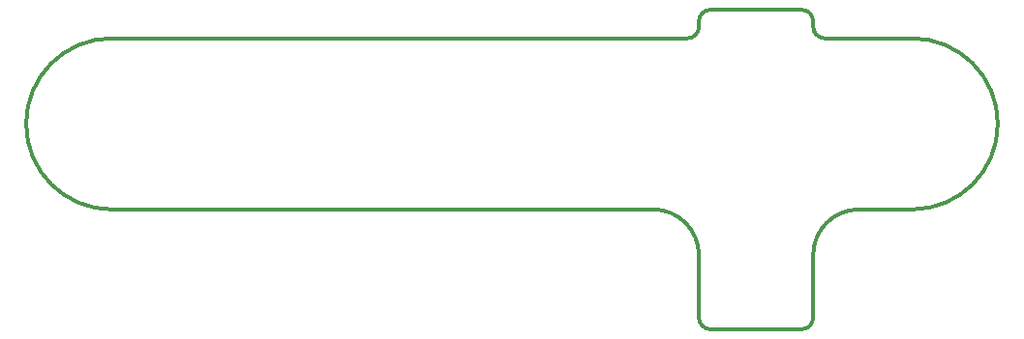
<source format=gbr>
G04 #@! TF.GenerationSoftware,KiCad,Pcbnew,(5.1.4)-1*
G04 #@! TF.CreationDate,2020-03-27T16:01:53-04:00*
G04 #@! TF.ProjectId,heatbed_breakout,68656174-6265-4645-9f62-7265616b6f75,rev?*
G04 #@! TF.SameCoordinates,PX8b91fb0PY68e7780*
G04 #@! TF.FileFunction,Profile,NP*
%FSLAX46Y46*%
G04 Gerber Fmt 4.6, Leading zero omitted, Abs format (unit mm)*
G04 Created by KiCad (PCBNEW (5.1.4)-1) date 2020-03-27 16:01:53*
%MOMM*%
%LPD*%
G04 APERTURE LIST*
%ADD10C,0.304799*%
G04 APERTURE END LIST*
D10*
X-56350000Y-7500000D02*
G75*
G02X-56350000Y7500000I0J7500000D01*
G01*
X-9000001Y-7500000D02*
G75*
G02X-5000001Y-11500000I0J-4000000D01*
G01*
X-5000001Y8500000D02*
G75*
G02X-6000001Y7500000I-1000000J0D01*
G01*
X-56350000Y-7500000D02*
X-9000001Y-7500000D01*
X5000000Y8500000D02*
X5000000Y9000000D01*
X-5000002Y9000000D02*
G75*
G02X-4000000Y10000000I1000001J-1D01*
G01*
X-5000001Y-11500000D02*
X-5000000Y-17000000D01*
X13650000Y7500000D02*
X5999999Y7500000D01*
X3999998Y10000000D02*
G75*
G02X5000000Y9000000I1J-1000001D01*
G01*
X5999998Y7500000D02*
G75*
G02X5000000Y8500000I1J999999D01*
G01*
X9000000Y-7500000D02*
X13650000Y-7500000D01*
X13650000Y7500000D02*
G75*
G02X13650000Y-7500000I0J-7500000D01*
G01*
X5000000Y-11500000D02*
G75*
G02X9000000Y-7500000I4000000J0D01*
G01*
X5000000Y-17000000D02*
G75*
G02X4000000Y-18000000I-1000000J0D01*
G01*
X-5000001Y9000000D02*
X-5000001Y8500000D01*
X-4000000Y-18000000D02*
G75*
G02X-5000000Y-17000000I0J1000000D01*
G01*
X-6000001Y7500000D02*
X-56350000Y7500000D01*
X3999999Y10000000D02*
X-4000000Y10000000D01*
X5000000Y-17000000D02*
X5000000Y-11500000D01*
X-4000000Y-18000000D02*
X4000000Y-18000000D01*
M02*

</source>
